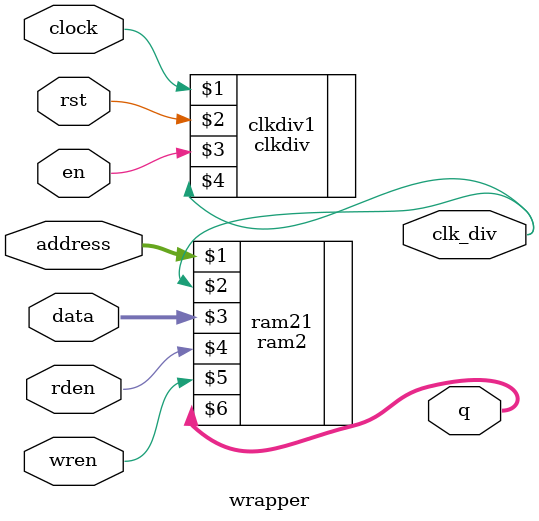
<source format=v>
module wrapper(
	rst,
	en,
	address,
	clock,
	data,
	wren,
	rden,
	q,
	clk_div);
	
	input [4:0] address;
	input [3:0] data;
	input clock,rst,en,wren,rden;
	output [3:0] q;
	output clk_div;
	
	wire clk_div;
	
	clkdiv clkdiv1(clock,rst,en,clk_div);
	ram2 ram21(address,clk_div,data,rden,wren,q);
	
endmodule
	
</source>
